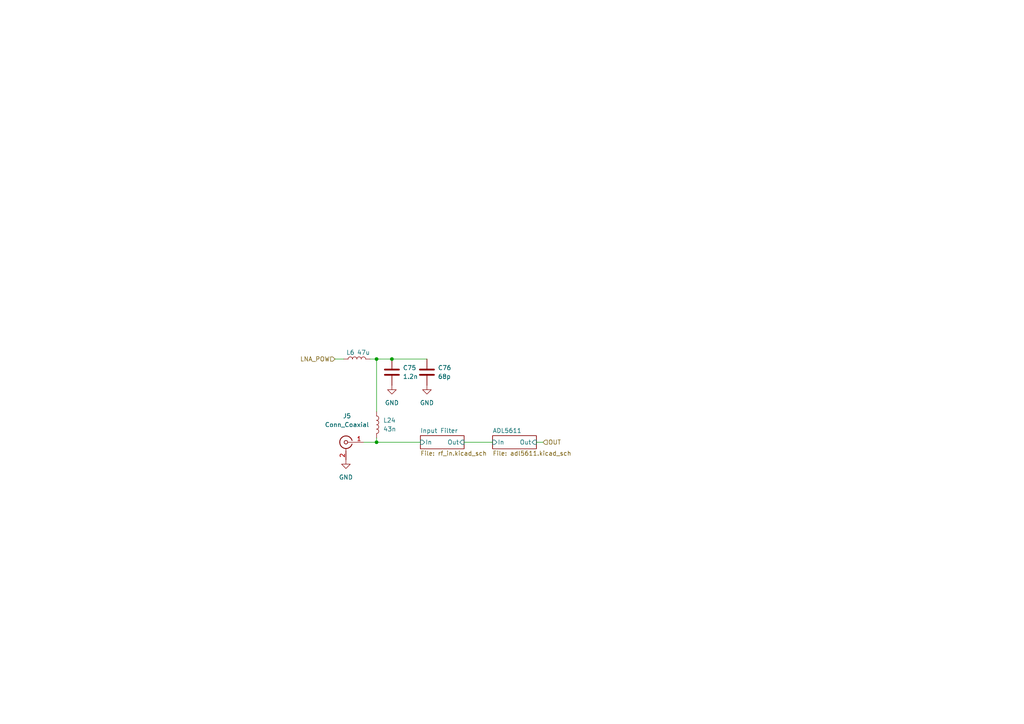
<source format=kicad_sch>
(kicad_sch (version 20230121) (generator eeschema)
  (paper "A4")
  (lib_symbols
    (symbol "Connector:Conn_Coaxial" (pin_names (offset 1.016) hide)
      (property "Reference" "J" (at 0.254 3.048 0))
      (property "Value" "Conn_Coaxial" (at 2.921 0 90))
      (symbol "Conn_Coaxial_0_1"
        (arc (start -1.778 -0.508) (mid 0.222 -1.808) (end 1.778 0) (stroke (width 0.254)))
        (polyline (pts (xy -2.54 0) (xy -0.508 0)))
        (polyline (pts (xy 0 -2.54) (xy 0 -1.778)))
        (circle (center 0 0) (radius 0.508) (stroke (width 0.2032)))
        (arc (start 1.778 0) (mid 0.222 1.8083) (end -1.778 0.508) (stroke (width 0.254)))
      )
      (symbol "Conn_Coaxial_1_1"
        (pin passive line (at -5.08 0 0) (length 2.54) (name "In") (number "1"))
        (pin passive line (at 0 -5.08 90) (length 2.54) (name "Ext") (number "2"))
      )
    )
    (symbol "Device:C" (pin_numbers hide) (pin_names (offset 0.254))
      (property "Reference" "C" (at 0.635 2.54 0))
      (property "Value" "C" (at 0.635 -2.54 0))
      (symbol "C_0_1"
        (polyline (pts (xy -2.032 -0.762) (xy 2.032 -0.762)) (stroke (width 0.508)))
        (polyline (pts (xy -2.032 0.762) (xy 2.032 0.762)) (stroke (width 0.508)))
      )
      (symbol "C_1_1"
        (pin passive line (at 0 3.81 270) (length 2.794) (name "~") (number "1"))
        (pin passive line (at 0 -3.81 90) (length 2.794) (name "~") (number "2"))
      )
    )
    (symbol "Device:L" (pin_numbers hide) (pin_names (offset 1.016) hide)
      (property "Reference" "L" (at -1.27 0 90))
      (property "Value" "L" (at 1.905 0 90))
      (symbol "L_0_1"
        (arc (start 0 -2.54) (mid 0.6323 -1.905) (end 0 -1.27))
        (arc (start 0 -1.27) (mid 0.6323 -0.635) (end 0 0))
        (arc (start 0 0) (mid 0.6323 0.635) (end 0 1.27))
        (arc (start 0 1.27) (mid 0.6323 1.905) (end 0 2.54))
      )
      (symbol "L_1_1"
        (pin passive line (at 0 3.81 270) (length 1.27) (name "1") (number "1"))
        (pin passive line (at 0 -3.81 90) (length 1.27) (name "2") (number "2"))
      )
    )
    (symbol "power:GND" (power) (pin_names (offset 0))
      (property "Value" "GND" (at 0 -3.81 0))
      (symbol "GND_0_1"
        (polyline (pts (xy 0 0) (xy 0 -1.27) (xy 1.27 -1.27) (xy 0 -2.54) (xy -1.27 -1.27) (xy 0 -1.27)))
      )
      (symbol "GND_1_1"
        (pin power_in line (at 0 0 270) (length 0) hide (name "GND") (number "1"))
      )
    )
  )
  (junction (at 113.665 104.14))
  (junction (at 109.22 104.14))
  (junction (at 109.22 128.27))
  (wire (pts (xy 109.22 128.27) (xy 121.92 128.27)))
  (wire (pts (xy 155.575 128.27) (xy 157.48 128.27)))
  (wire (pts (xy 109.22 104.14) (xy 113.665 104.14)))
  (wire (pts (xy 97.155 104.14) (xy 99.695 104.14)))
  (wire (pts (xy 107.315 104.14) (xy 109.22 104.14)))
  (wire (pts (xy 109.22 128.27) (xy 109.22 127)))
  (wire (pts (xy 134.62 128.27) (xy 142.875 128.27)))
  (wire (pts (xy 123.825 104.14) (xy 113.665 104.14)))
  (wire (pts (xy 105.41 128.27) (xy 109.22 128.27)))
  (wire (pts (xy 109.22 104.14) (xy 109.22 119.38)))
  (hierarchical_label "OUT" (shape input) (at 157.48 128.27 0))
  (hierarchical_label "LNA_POW" (shape input) (at 97.155 104.14 180))
  (symbol (lib_id "power:GND") (at 113.665 111.76 0) (unit 1)
    (property "Reference" "#PWR0182" (effects hide))
    (property "Value" "GND" (at 113.665 116.84 0))
    (instances (project "GreX Frontend" (path "" (reference "#PWR0182") (unit 1)) (path "" (reference "#PWR0165") (unit 1)) (path "" (reference "#PWR02") (unit 1)) (path "" (reference "#PWR04") (unit 1))))
  )
  (symbol (lib_id "Device:C") (at 123.825 107.95 180) (unit 1)
    (property "Reference" "C76" (at 127 106.6799 0) (effects (justify right)))
    (property "Value" "68p" (at 127 109.2199 0) (effects (justify right)))
    (property "Footprint" "Capacitor_SMD:C_0603_1608Metric" (effects hide))
    (property "MPN" "CL10C680JB8NNNC" (effects hide))
    (property "LCSC" "C28262" (effects hide))
    (instances (project "GreX Frontend" (path "" (reference "C76") (unit 1)) (path "" (reference "C46") (unit 1)) (path "" (reference "C33") (unit 1)) (path "" (reference "C102") (unit 1))))
  )
  (symbol (lib_id "Device:C") (at 113.665 107.95 180) (unit 1)
    (property "Reference" "C75" (at 116.84 106.6799 0) (effects (justify right)))
    (property "Value" "1.2n" (at 116.84 109.2199 0) (effects (justify right)))
    (property "Footprint" "Capacitor_SMD:C_0603_1608Metric" (effects hide))
    (property "MPN" "CL10B122KB8NNNC" (effects hide))
    (property "LCSC" "C30615" (effects hide))
    (instances (project "GreX Frontend" (path "" (reference "C75") (unit 1)) (path "" (reference "C45") (unit 1)) (path "" (reference "C16") (unit 1)) (path "" (reference "C101") (unit 1))))
  )
  (symbol (lib_id "power:GND") (at 100.33 133.35 0) (unit 1)
    (property "Reference" "#PWR056" (effects hide))
    (property "Value" "GND" (at 100.33 138.43 0))
    (instances (project "GreX Frontend" (path "" (reference "#PWR056") (unit 1)) (path "" (reference "#PWR01") (unit 1))))
  )
  (symbol (lib_id "Device:L") (at 109.22 123.19 0) (unit 1)
    (property "Reference" "L24" (at 111.125 121.9199 0) (effects (justify left)))
    (property "Value" "43n" (at 111.125 124.4599 0) (effects (justify left)))
    (property "Footprint" "Inductor_SMD:L_0402_1005Metric" (effects hide))
    (property "MPN" "LQW15AN43NJ00D" (effects hide))
    (property "LCSC" "C167479" (effects hide))
    (instances (project "GreX Frontend" (path "" (reference "L24") (unit 1)) (path "" (reference "L2") (unit 1))))
  )
  (symbol (lib_id "Device:L") (at 103.505 104.14 90) (unit 1)
    (property "Reference" "L6" (at 102.87 102.235 90) (effects (justify left)))
    (property "Value" "47u" (at 107.315 102.235 90) (effects (justify left)))
    (property "Footprint" "Inductor_SMD:L_0603_1608Metric" (effects hide))
    (property "MPN" "MLW1608RF-470MT" (effects hide))
    (property "LCSC" "C2844630" (effects hide))
    (instances (project "GreX Frontend" (path "" (reference "L6") (unit 1)) (path "" (reference "L1") (unit 1))))
  )
  (symbol (lib_id "power:GND") (at 123.825 111.76 0) (unit 1)
    (property "Reference" "#PWR0184" (effects hide))
    (property "Value" "GND" (at 123.825 116.84 0))
    (instances (project "GreX Frontend" (path "" (reference "#PWR0184") (unit 1)) (path "" (reference "#PWR0167") (unit 1)) (path "" (reference "#PWR03") (unit 1)) (path "" (reference "#PWR05") (unit 1))))
  )
  (symbol (lib_id "Connector:Conn_Coaxial") (at 100.33 128.27 0) (mirror y) (unit 1)
    (property "Reference" "J5" (at 100.6474 120.65 0))
    (property "Value" "Conn_Coaxial" (at 100.6474 123.19 0))
    (property "Footprint" "Library:SMA_Samtec_SMA-J-P-X-ST-EM1_EdgeMount" (effects hide))
    (property "Datasheet" " ~" (effects hide))
    (property "MPN" "SMA-J-P-H-ST-EM1" (effects hide))
    (instances (project "GreX Frontend" (path "" (reference "J5") (unit 1)) (path "" (reference "J1") (unit 1))))
  )
  (sheet (at 121.92 126.365) (size 12.7 3.81) (stroke (width 0.1524))
    (property "Sheetname" "Input Filter" (at 121.92 125.6534 0) (effects (justify left bottom)))
    (property "Sheetfile" "rf_in.kicad_sch" (at 121.92 130.7596 0) (effects (justify left top)))
    (pin "In" input (at 121.92 128.27 180))
    (pin "Out" input (at 134.62 128.27 0))
  )
  (sheet (at 142.875 126.365) (size 12.7 3.81) (stroke (width 0.1524))
    (property "Sheetname" "ADL5611" (at 142.875 125.6534 0) (effects (justify left bottom)))
    (property "Sheetfile" "adl5611.kicad_sch" (at 142.875 130.7596 0) (effects (justify left top)))
    (pin "In" input (at 142.875 128.27 180))
    (pin "Out" input (at 155.575 128.27 0))
  )
)
</source>
